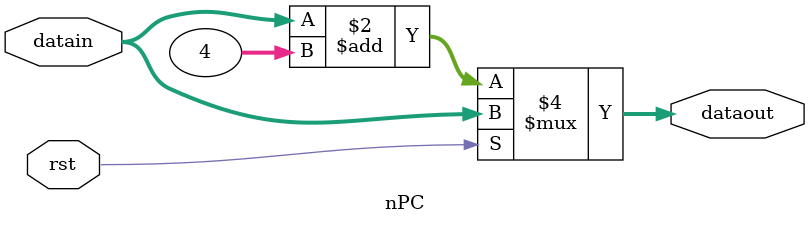
<source format=v>
`timescale 1ns / 1ps


module nPC(
    input [31:0] datain,
    input rst,
    output reg [31:0] dataout
    );
    always @(*)begin
        if(rst)
            dataout = datain;
        else
            dataout = datain + 4;
    end
endmodule

</source>
